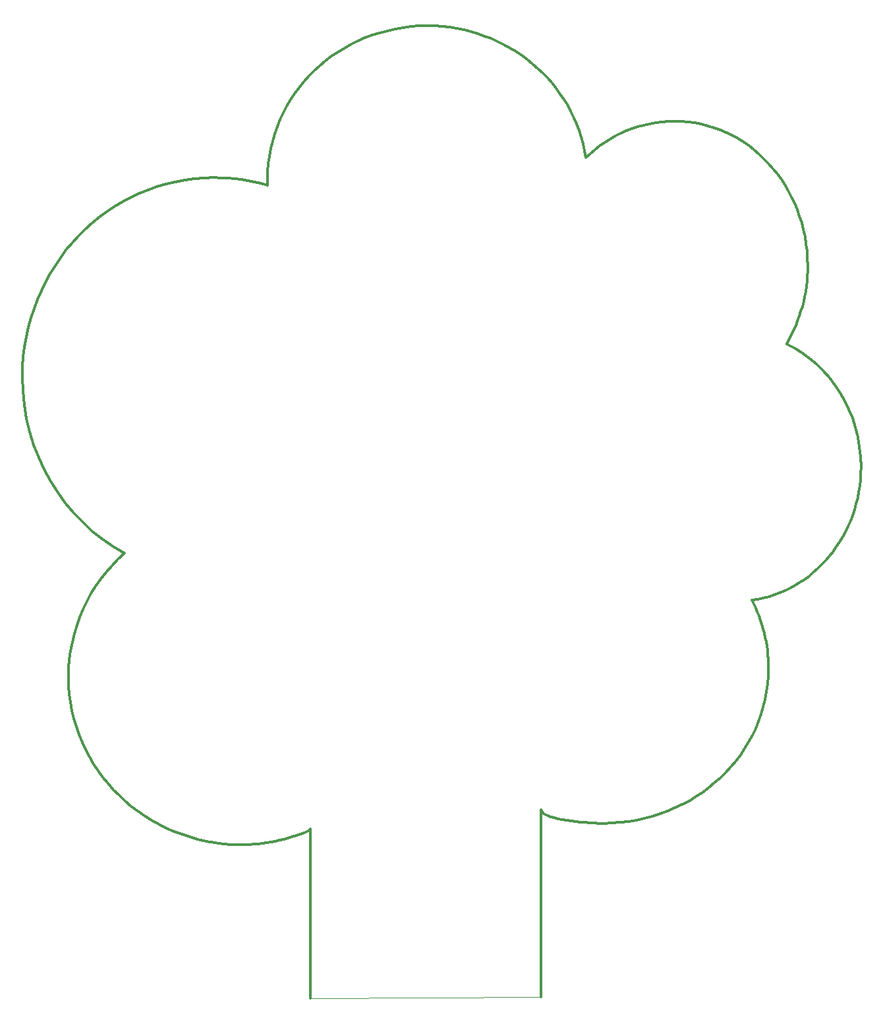
<source format=gbr>
%TF.GenerationSoftware,KiCad,Pcbnew,7.0.2*%
%TF.CreationDate,2023-04-23T11:42:29-07:00*%
%TF.ProjectId,floob-dome-switches,666c6f6f-622d-4646-9f6d-652d73776974,rev?*%
%TF.SameCoordinates,Original*%
%TF.FileFunction,Profile,NP*%
%FSLAX46Y46*%
G04 Gerber Fmt 4.6, Leading zero omitted, Abs format (unit mm)*
G04 Created by KiCad (PCBNEW 7.0.2) date 2023-04-23 11:42:29*
%MOMM*%
%LPD*%
G01*
G04 APERTURE LIST*
%TA.AperFunction,Profile*%
%ADD10C,0.330729*%
%TD*%
%TA.AperFunction,Profile*%
%ADD11C,0.325000*%
%TD*%
%TA.AperFunction,Profile*%
%ADD12C,0.100000*%
%TD*%
G04 APERTURE END LIST*
D10*
X188389330Y-90146178D02*
X188895395Y-89610814D01*
X179697436Y-36891874D02*
X179025964Y-36373869D01*
X87607249Y-56093260D02*
X87165865Y-57255859D01*
X118415645Y-33899756D02*
X118092575Y-34815769D01*
X156165492Y-31990274D02*
X155746907Y-31215759D01*
X145919608Y-22594938D02*
X145072415Y-22262508D01*
X93746433Y-47107684D02*
X92890285Y-47955411D01*
X146747380Y-22962030D02*
X145919608Y-22594938D01*
X128807669Y-22907548D02*
X127921832Y-23342941D01*
X153149476Y-122381398D02*
X153546312Y-122520110D01*
X160318937Y-123367029D02*
X160318937Y-123367029D01*
X87165865Y-57255859D02*
X86778308Y-58445399D01*
X162575028Y-34755456D02*
X161872170Y-35107203D01*
X157904739Y-37017459D02*
X157711711Y-36139033D01*
X181243690Y-100036590D02*
X181133208Y-99480631D01*
X164599348Y-122961828D02*
X165626811Y-122739128D01*
X101845875Y-42010136D02*
X100726345Y-42468563D01*
X133573828Y-21363920D02*
X132579973Y-21584070D01*
X190276210Y-87866691D02*
X190688041Y-87242159D01*
X193410398Y-78420520D02*
X193428201Y-77600733D01*
X92355945Y-99007278D02*
X92088771Y-100093960D01*
X91212674Y-82232490D02*
X92293188Y-83518439D01*
X161186302Y-35492798D02*
X160518709Y-35911709D01*
X138680788Y-20984756D02*
X137713589Y-20963363D01*
X191884694Y-70211821D02*
X191354141Y-69115043D01*
X164772719Y-33908601D02*
X164026586Y-34155625D01*
X154808255Y-29729464D02*
X154290152Y-29019560D01*
X150560543Y-25284592D02*
X149844611Y-24758257D01*
X114302094Y-126089358D02*
X114860917Y-126069347D01*
D11*
X102266862Y-122979395D02*
X103193967Y-123497657D01*
D10*
X92053531Y-108911467D02*
X92300945Y-109952534D01*
D11*
X93344523Y-112950772D02*
X92947838Y-111973541D01*
D10*
X118725751Y-125546461D02*
X119268163Y-125417672D01*
X186039298Y-47134021D02*
X185808394Y-46252828D01*
X175334440Y-117525941D02*
X176037377Y-116833397D01*
X180123881Y-96234702D02*
X179898784Y-95712256D01*
X186230640Y-48032381D02*
X186039298Y-47134021D01*
X85797323Y-63440783D02*
X85702130Y-64740890D01*
X161411960Y-123341077D02*
X162490591Y-123264057D01*
X154490662Y-122769040D02*
X155023506Y-122878669D01*
X112061956Y-40516590D02*
X111193259Y-40470755D01*
X117168693Y-40678130D02*
X117168693Y-40678130D01*
X151915482Y-26423435D02*
X151251161Y-25839964D01*
X149844611Y-24758257D02*
X149104346Y-24261896D01*
X190754260Y-68066222D02*
X190088337Y-67068909D01*
D11*
X96004485Y-117450070D02*
X95386943Y-116606303D01*
D10*
X97966575Y-89472743D02*
X97179734Y-90284817D01*
X117195433Y-39663660D02*
X117168693Y-40678130D01*
X181573552Y-94234490D02*
X182273233Y-94014927D01*
X86446127Y-59660270D02*
X86170870Y-60898864D01*
X186490319Y-49875921D02*
X186381340Y-48946737D01*
X186157286Y-92034765D02*
X186744876Y-91602259D01*
X117815662Y-35751289D02*
X117586199Y-36705077D01*
X161872170Y-35107203D02*
X161186302Y-35492798D01*
X193428201Y-77600733D02*
X193428201Y-77600733D01*
X121403530Y-124769282D02*
X121927550Y-124574124D01*
D11*
X98860506Y-120504070D02*
X99663992Y-121180536D01*
D10*
X116346209Y-41215759D02*
X115500102Y-41013671D01*
X184510730Y-42923129D02*
X184098199Y-42145322D01*
X160318937Y-123367029D02*
X161411960Y-123341077D01*
X153995818Y-122649422D02*
X154490662Y-122769040D01*
X94687476Y-85853605D02*
X95992976Y-86894220D01*
X180883539Y-108409802D02*
X181120538Y-107445219D01*
X110373080Y-125847527D02*
X111480393Y-125984414D01*
X155746907Y-31215759D02*
X155294167Y-30461843D01*
D11*
X96662009Y-118263083D02*
X96004485Y-117450070D01*
D10*
X92300945Y-109952534D02*
X92599513Y-110973677D01*
X114860917Y-126069347D02*
X115418565Y-126035565D01*
X171203651Y-33296296D02*
X170334402Y-33224526D01*
X169526149Y-121400354D02*
X170441697Y-120959938D01*
X184889840Y-62365577D02*
X183853587Y-61828256D01*
X95992976Y-86894220D02*
X97365197Y-87844452D01*
X153161304Y-27670924D02*
X152552524Y-27034067D01*
X159774144Y-123360606D02*
X160318937Y-123367029D01*
X191354141Y-69115043D02*
X190754260Y-68066222D01*
X186487221Y-53754099D02*
X186539936Y-53096442D01*
X157206493Y-34428043D02*
X156896267Y-33597354D01*
X142424134Y-21482560D02*
X141509080Y-21298149D01*
X93058424Y-96889317D02*
X92679489Y-97938344D01*
X158056735Y-37909922D02*
X158056735Y-37909922D01*
X189379093Y-89051875D02*
X189839629Y-88470215D01*
X98800000Y-88700000D02*
X97966575Y-89472743D01*
D11*
X122447142Y-124365841D02*
X122668723Y-124031797D01*
D10*
X186539936Y-53096442D02*
X186570511Y-52436259D01*
X162490591Y-123264057D02*
X163553498Y-123137222D01*
X147554748Y-23362844D02*
X146747380Y-22962030D01*
X85702130Y-64740890D02*
X85670054Y-66058284D01*
X119648878Y-31281149D02*
X119195089Y-32131207D01*
X92074028Y-48844561D02*
X91299211Y-49773523D01*
X185551299Y-92439417D02*
X186157286Y-92034765D01*
X120875330Y-124951266D02*
X121403530Y-124769282D01*
X193428201Y-77600733D02*
X193382589Y-76290784D01*
X117586199Y-36705077D02*
X117405479Y-37675894D01*
X151251161Y-25839964D02*
X150560543Y-25284592D01*
X93491772Y-95862355D02*
X93058424Y-96889317D01*
X181006074Y-98928311D02*
X180862383Y-98380014D01*
X180136477Y-94571232D02*
X180861035Y-94420210D01*
X185539005Y-45389973D02*
X185232213Y-44546625D01*
X186412510Y-54408690D02*
X186487221Y-53754099D01*
X185714147Y-57616781D02*
X185896640Y-56985611D01*
X189359656Y-66126656D02*
X188571501Y-65243014D01*
X172903318Y-33577916D02*
X172060316Y-33414483D01*
X183652580Y-41391701D02*
X183174953Y-40663438D01*
X86170870Y-60898864D02*
X85954086Y-62159571D01*
X99634317Y-42981285D02*
X98571341Y-43546691D01*
X91632175Y-105682245D02*
X91717749Y-106774968D01*
X191767090Y-85251065D02*
X192071979Y-84551053D01*
X148340731Y-23796446D02*
X147554748Y-23362844D01*
X176117112Y-34660718D02*
X175339554Y-34327997D01*
X156776702Y-123144661D02*
X157388205Y-123211376D01*
D11*
X94277391Y-114831923D02*
X93788173Y-113904017D01*
D10*
X93978554Y-94859617D02*
X93491772Y-95862355D01*
X88100911Y-54959210D02*
X87607249Y-56093260D01*
X184927712Y-92815359D02*
X185551299Y-92439417D01*
X186570511Y-52436259D02*
X186578798Y-51774090D01*
X155023506Y-122878669D02*
X155587018Y-122978012D01*
X181337428Y-100595808D02*
X181243690Y-100036590D01*
X121251006Y-28882710D02*
X120678129Y-29655662D01*
X155294167Y-30461843D02*
X154808255Y-29729464D01*
D11*
X103193967Y-123497657D02*
X104148486Y-123972984D01*
D10*
X179883772Y-111187775D02*
X180263825Y-110282334D01*
X185510537Y-58241648D02*
X185714147Y-57616781D01*
X166299279Y-33522987D02*
X165530711Y-33697545D01*
X106568061Y-40751550D02*
X105354002Y-40976710D01*
X108212767Y-125417878D02*
X109283406Y-125658230D01*
X186578798Y-51774090D02*
X186556498Y-50818762D01*
X104161253Y-41262600D02*
X102991361Y-41607612D01*
X183853587Y-61828256D02*
X184180834Y-61252543D01*
X182127988Y-39287662D02*
X181560809Y-38642490D01*
X92679489Y-97938344D02*
X92355945Y-99007278D01*
X184098199Y-42145322D02*
X183652580Y-41391701D01*
X88487303Y-77952810D02*
X89305595Y-79445374D01*
X184487840Y-60667288D02*
X184774460Y-60073031D01*
X179898784Y-95712256D02*
X179657684Y-95196128D01*
X180525694Y-97297018D02*
X180332881Y-96763084D01*
X89880088Y-51744450D02*
X89238879Y-52783196D01*
X118783581Y-33004489D02*
X118415645Y-33899756D01*
X181517259Y-102289179D02*
X181474305Y-101722484D01*
D11*
X95386943Y-116606303D02*
X94810779Y-115733136D01*
D10*
X185896640Y-56985611D02*
X186057869Y-56348677D01*
X163293595Y-34438087D02*
X162575028Y-34755456D01*
X91717749Y-106774968D02*
X91858667Y-107851827D01*
X178331117Y-35890581D02*
X177613972Y-35443180D01*
X135613424Y-21065154D02*
X134585409Y-21190535D01*
X163553498Y-123137222D02*
X164599348Y-122961828D01*
X119807397Y-125275511D02*
X120343203Y-125120025D01*
X179400672Y-94686700D02*
X179400672Y-94686700D01*
X91299211Y-49773523D02*
X90567381Y-50740689D01*
X91878945Y-101196233D02*
X91727446Y-102311937D01*
D11*
X99663992Y-121180536D02*
X100500478Y-121819481D01*
D10*
X145072415Y-22262508D02*
X144206784Y-21965677D01*
X180597525Y-109355925D02*
X180883539Y-108409802D01*
X186057869Y-56348677D02*
X186197688Y-55706519D01*
X153740841Y-28333067D02*
X153161304Y-27670924D01*
X85913825Y-69672017D02*
X86212332Y-71422899D01*
D11*
X98091416Y-119791437D02*
X97358118Y-119043990D01*
D10*
X177926664Y-114574771D02*
X178478812Y-113765746D01*
X98800000Y-88700000D02*
X98800000Y-88700000D01*
X115500102Y-41013671D02*
X114647770Y-40842587D01*
X180861035Y-94420210D02*
X181573552Y-94234490D01*
X91727446Y-102311937D02*
X91635251Y-103438916D01*
X106134178Y-124789421D02*
X107162559Y-125127824D01*
X193149715Y-80817144D02*
X193270361Y-80029582D01*
D11*
X152669027Y-122156355D02*
X152302064Y-121620785D01*
D10*
X136656582Y-20989017D02*
X135613424Y-21065154D01*
X98571341Y-43546691D02*
X97538965Y-44163173D01*
X179400672Y-94686700D02*
X180136477Y-94571232D01*
X180344454Y-37443425D02*
X179697436Y-36891874D01*
X97538965Y-44163173D02*
X96538738Y-44829123D01*
X192348146Y-83834310D02*
X192594797Y-83101693D01*
X177613972Y-35443180D02*
X176875611Y-35032835D01*
X152302064Y-145644947D02*
X152302064Y-121620785D01*
X111193259Y-40470755D02*
X110322608Y-40456541D01*
X116529333Y-125926885D02*
X117081953Y-125852088D01*
X137713589Y-20963363D02*
X136656582Y-20989017D01*
X122506802Y-27422587D02*
X121860994Y-28137939D01*
X174597134Y-118186229D02*
X175334440Y-117525941D01*
X173826793Y-118813007D02*
X174597134Y-118186229D01*
X159201340Y-123341534D02*
X159774144Y-123360606D01*
X109053912Y-40489856D02*
X107801880Y-40588729D01*
X117081953Y-125852088D02*
X117632396Y-125763718D01*
X94517792Y-93883261D02*
X93978554Y-94859617D01*
X187727158Y-64421534D02*
X186829910Y-63665767D01*
X121860994Y-28137939D02*
X121251006Y-28882710D01*
X172192327Y-119961018D02*
X173024747Y-119405022D01*
X115974787Y-125988061D02*
X116529333Y-125926885D01*
X185883042Y-62979265D02*
X184889840Y-62365577D01*
X117168693Y-40678130D02*
X117168951Y-40871089D01*
X186578798Y-51774090D02*
X186578798Y-51774090D01*
X181133208Y-99480631D02*
X181006074Y-98928311D01*
X85954086Y-62159571D02*
X85797323Y-63440783D01*
X189839629Y-88470215D02*
X190276210Y-87866691D01*
X89305595Y-79445374D02*
X90215431Y-80873368D01*
X178478812Y-113765746D02*
X178989934Y-112930735D01*
X184287317Y-93161737D02*
X184927712Y-92815359D01*
X181474305Y-101722484D02*
X181414331Y-101157900D01*
X141509080Y-21298149D02*
X140579516Y-21153086D01*
X180263825Y-110282334D02*
X180597525Y-109355925D01*
X166634554Y-122470376D02*
X167621245Y-122156828D01*
X122668723Y-124031797D02*
X122668723Y-145836769D01*
X117185234Y-41448727D02*
X117185234Y-41448727D01*
X97365197Y-87844452D02*
X98800000Y-88700000D01*
X130650614Y-22159712D02*
X129717693Y-22512726D01*
X157478635Y-35275582D02*
X157206493Y-34428043D01*
X188571501Y-65243014D02*
X187727158Y-64421534D01*
X137713589Y-20963363D02*
X137713589Y-20963363D01*
X127061476Y-23817666D02*
X126227893Y-24330483D01*
X183853587Y-61828256D02*
X183853587Y-61828256D01*
X185285954Y-58859672D02*
X185510537Y-58241648D01*
X165530711Y-33697545D02*
X164772719Y-33908601D01*
X85731687Y-67882378D02*
X85913825Y-69672017D01*
X184889095Y-43723953D02*
X184510730Y-42923129D01*
X144206784Y-21965677D02*
X143323696Y-21705382D01*
D11*
X94810779Y-115733136D02*
X94277391Y-114831923D01*
D10*
X182959283Y-93762377D02*
X183630909Y-93477695D01*
X95749722Y-92018326D02*
X95108508Y-92935444D01*
X91635251Y-103438916D02*
X91603340Y-104575010D01*
X95108508Y-92935444D02*
X94517792Y-93883261D01*
X167621245Y-122156828D02*
X168585554Y-121799735D01*
X192724680Y-72535045D02*
X192342635Y-71353006D01*
X120143656Y-30455554D02*
X119648878Y-31281149D01*
X117170760Y-41063429D02*
X117175671Y-41255769D01*
X178989934Y-112930735D02*
X179458698Y-112070993D01*
X123900704Y-26085098D02*
X123187136Y-26737894D01*
X184180834Y-61252543D02*
X184487840Y-60667288D01*
X102991361Y-41607612D02*
X101845875Y-42010136D01*
X164026586Y-34155625D02*
X163293595Y-34438087D01*
X153546312Y-122520110D02*
X153995818Y-122649422D01*
X87141904Y-74791182D02*
X87764694Y-76399979D01*
X113790065Y-40702629D02*
X112927842Y-40593923D01*
X117179774Y-41352132D02*
X117185234Y-41448727D01*
X185232213Y-44546625D02*
X184889095Y-43723953D01*
X179458698Y-112070993D02*
X179883772Y-111187775D01*
X186829910Y-63665767D02*
X185883042Y-62979265D01*
X105354002Y-40976710D02*
X104161253Y-41262600D01*
D11*
X104148486Y-123972984D02*
X105129022Y-124404024D01*
D10*
X186197688Y-55706519D02*
X186315950Y-55059677D01*
X91603340Y-104575010D02*
X91603340Y-104575010D01*
X185808394Y-46252828D02*
X185539005Y-45389973D01*
X174544016Y-34035843D02*
X173731578Y-33785426D01*
X89238879Y-52783196D02*
X88645304Y-53855320D01*
X120343203Y-125120025D02*
X120875330Y-124951266D01*
X179025964Y-36373869D02*
X178331117Y-35890581D01*
X156548939Y-32784452D02*
X156165492Y-31990274D01*
X186381340Y-48946737D02*
X186230640Y-48032381D01*
X168585554Y-121799735D02*
X169526149Y-121400354D01*
X86778308Y-58445399D02*
X86446127Y-59660270D01*
X181414331Y-101157900D02*
X181337428Y-100595808D01*
X159243476Y-36847363D02*
X158638403Y-37363044D01*
X168655608Y-33223605D02*
X167863010Y-33285487D01*
X110322608Y-40456541D02*
X110322608Y-40456541D01*
X95572208Y-45542931D02*
X94640924Y-46302987D01*
X86623071Y-73130721D02*
X87141904Y-74791182D01*
X173024747Y-119405022D02*
X173826793Y-118813007D01*
X176875611Y-35032835D02*
X176117112Y-34660718D01*
X92088771Y-100093960D02*
X91878945Y-101196233D01*
X117632396Y-125763718D02*
X118180412Y-125661826D01*
X157711711Y-36139033D02*
X157478635Y-35275582D01*
X184774460Y-60073031D02*
X185040547Y-59470313D01*
X125422375Y-24880153D02*
X124646215Y-25465438D01*
X90215431Y-80873368D02*
X91212674Y-82232490D01*
X157388205Y-123211376D02*
X158001036Y-123266623D01*
X117185234Y-41448727D02*
X116346209Y-41215759D01*
X114647770Y-40842587D02*
X113790065Y-40702629D01*
D11*
X101368567Y-122419552D02*
X102266862Y-122979395D01*
D10*
X97179734Y-90284817D02*
X96440457Y-91134064D01*
X192342635Y-71353006D02*
X191884694Y-70211821D01*
X192071979Y-84551053D02*
X192348146Y-83834310D01*
X179657684Y-95196128D02*
X179400672Y-94686700D01*
X181551732Y-103427368D02*
X181551732Y-103427368D01*
X158638403Y-37363044D02*
X158056735Y-37909922D01*
X192811138Y-82354055D02*
X192996376Y-81592254D01*
X152552524Y-27034067D02*
X151915482Y-26423435D01*
X181543098Y-102857601D02*
X181517259Y-102289179D01*
X100726345Y-42468563D02*
X99634317Y-42981285D01*
X115418565Y-126035565D02*
X115974787Y-125988061D01*
X182666395Y-39961701D02*
X182127988Y-39287662D01*
X190088337Y-67068909D02*
X189359656Y-66126656D01*
X112927842Y-40593923D02*
X112061956Y-40516590D01*
X193270361Y-80029582D02*
X193357520Y-79230422D01*
X180965938Y-38027354D02*
X180344454Y-37443425D01*
X175339554Y-34327997D02*
X174544016Y-34035843D01*
X187861693Y-90657110D02*
X188389330Y-90146178D01*
D11*
X113742346Y-126095549D02*
X114302094Y-126089358D01*
D10*
X193357520Y-79230422D02*
X193410398Y-78420520D01*
X131605138Y-21849748D02*
X130650614Y-22159712D01*
X117274793Y-38662502D02*
X117195433Y-39663660D01*
X183174953Y-40663438D02*
X182666395Y-39961701D01*
X91603340Y-104575010D02*
X91632175Y-105682245D01*
X110322608Y-40456541D02*
X109053912Y-40489856D01*
X158056735Y-37909922D02*
X157904739Y-37017459D01*
X126227893Y-24330483D02*
X125422375Y-24880153D01*
X107801880Y-40588729D02*
X106568061Y-40751550D01*
D11*
X93788173Y-113904017D02*
X93344523Y-112950772D01*
D10*
X85670054Y-66058284D02*
X85670054Y-66058284D01*
X158001036Y-123266623D02*
X158607859Y-123310107D01*
X134585409Y-21190535D02*
X133573828Y-21363920D01*
D11*
X98091416Y-119791437D02*
X98860506Y-120504070D01*
D10*
X140579516Y-21153086D02*
X139636425Y-21048309D01*
X129717693Y-22512726D02*
X128807669Y-22907548D01*
X193027543Y-73754389D02*
X192724680Y-72535045D01*
X167077140Y-33385458D02*
X166299279Y-33522987D01*
X190688041Y-87242159D02*
X191074327Y-86597473D01*
X186744876Y-91602259D02*
X187313277Y-91142756D01*
X127921832Y-23342941D02*
X127061476Y-23817666D01*
X192996376Y-81592254D02*
X193149715Y-80817144D01*
X193247941Y-75007486D02*
X193027543Y-73754389D01*
X111480393Y-125984414D02*
X112603947Y-126067539D01*
X105129022Y-124404024D02*
X106134178Y-124789421D01*
X181307188Y-106463429D02*
X181442158Y-105465688D01*
X91858667Y-107851827D02*
X92053531Y-108911467D01*
X154290152Y-29019560D02*
X153740841Y-28333067D01*
X180862383Y-98380014D02*
X180702225Y-97836122D01*
X165626811Y-122739128D02*
X166634554Y-122470376D01*
X85670054Y-66058284D02*
X85731687Y-67882378D01*
X185040547Y-59470313D02*
X185285954Y-58859672D01*
X96440457Y-91134064D02*
X95749722Y-92018326D01*
X180332881Y-96763084D02*
X180123881Y-96234702D01*
X93452835Y-84726911D02*
X94687476Y-85853605D01*
X124646215Y-25465438D02*
X123900704Y-26085098D01*
X173731578Y-33785426D02*
X172903318Y-33577916D01*
X191434275Y-85933490D02*
X191767090Y-85251065D01*
X121927550Y-124574124D02*
X122447142Y-124365841D01*
X176704615Y-116109851D02*
X177334821Y-115356558D01*
X192594797Y-83101693D02*
X192811138Y-82354055D01*
X181524117Y-104453250D02*
X181551732Y-103427368D01*
X176037377Y-116833397D02*
X176704615Y-116109851D01*
X152669027Y-122156355D02*
X152812647Y-122233584D01*
X171330867Y-120479741D02*
X172192327Y-119961018D01*
X90567381Y-50740689D02*
X89880088Y-51744450D01*
X182273233Y-94014927D02*
X182959283Y-93762377D01*
X132579973Y-21584070D02*
X131605138Y-21849748D01*
X120678129Y-29655662D02*
X120143656Y-30455554D01*
D11*
X100500478Y-121819481D02*
X101368567Y-122419552D01*
D10*
X183630909Y-93477695D02*
X184287317Y-93161737D01*
X117405479Y-37675894D02*
X117274793Y-38662502D01*
X193382589Y-76290784D02*
X193247941Y-75007486D01*
X118180412Y-125661826D02*
X118725751Y-125546461D01*
X181442158Y-105465688D02*
X181524117Y-104453250D01*
X123187136Y-26737894D02*
X122506802Y-27422587D01*
X143323696Y-21705382D02*
X142424134Y-21482560D01*
X172060316Y-33414483D02*
X171203651Y-33296296D01*
X155587018Y-122978012D02*
X156173861Y-123066775D01*
X139636425Y-21048309D02*
X138680788Y-20984756D01*
X167863010Y-33285487D02*
X167077140Y-33385458D01*
D11*
X112603947Y-126067539D02*
X113742346Y-126095549D01*
D10*
X119268163Y-125417672D02*
X119807397Y-125275511D01*
X117175671Y-41255769D02*
X117179774Y-41352132D01*
X158607859Y-123310107D02*
X159201340Y-123341534D01*
X88645304Y-53855320D02*
X88100911Y-54959210D01*
X117168951Y-40871089D02*
X117170760Y-41063429D01*
X191074327Y-86597473D02*
X191434275Y-85933490D01*
X92293188Y-83518439D02*
X93452835Y-84726911D01*
X87764694Y-76399979D02*
X88487303Y-77952810D01*
X96538738Y-44829123D02*
X95572208Y-45542931D01*
X181551732Y-103427368D02*
X181543098Y-102857601D01*
D11*
X92947838Y-111973541D02*
X92599513Y-110973677D01*
D10*
X177334821Y-115356558D02*
X177926664Y-114574771D01*
X152812647Y-122233584D02*
X153149476Y-122381398D01*
X156896267Y-33597354D02*
X156548939Y-32784452D01*
X160518709Y-35911709D02*
X159870672Y-36363408D01*
X170334402Y-33224526D02*
X169453649Y-33200342D01*
X86212332Y-71422899D02*
X86623071Y-73130721D01*
X92890285Y-47955411D02*
X92074028Y-48844561D01*
X156173861Y-123066775D02*
X156776702Y-123144661D01*
X149104346Y-24261896D02*
X148340731Y-23796446D01*
X187313277Y-91142756D02*
X187861693Y-90657110D01*
X181560809Y-38642490D02*
X180965938Y-38027354D01*
X188895395Y-89610814D02*
X189379093Y-89051875D01*
X169453649Y-33200342D02*
X169453649Y-33200342D01*
X180702225Y-97836122D02*
X180525694Y-97297018D01*
D11*
X97358118Y-119043990D02*
X96662009Y-118263083D01*
D10*
X159870672Y-36363408D02*
X159243476Y-36847363D01*
X186315950Y-55059677D02*
X186412510Y-54408690D01*
X186556498Y-50818762D02*
X186490319Y-49875921D01*
X170441697Y-120959938D02*
X171330867Y-120479741D01*
X118092575Y-34815769D02*
X117815662Y-35751289D01*
X94640924Y-46302987D02*
X93746433Y-47107684D01*
X119195089Y-32131207D02*
X118783581Y-33004489D01*
X109283406Y-125658230D02*
X110373080Y-125847527D01*
X181120538Y-107445219D02*
X181307188Y-106463429D01*
X107162559Y-125127824D02*
X108212767Y-125417878D01*
D12*
X152302064Y-145644947D02*
X122668723Y-145836769D01*
D10*
X169453649Y-33200342D02*
X168655608Y-33223605D01*
M02*

</source>
